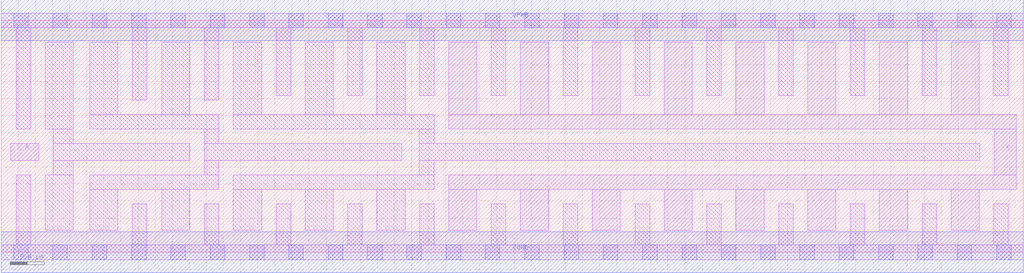
<source format=lef>
# Copyright 2020 The SkyWater PDK Authors
#
# Licensed under the Apache License, Version 2.0 (the "License");
# you may not use this file except in compliance with the License.
# You may obtain a copy of the License at
#
#     https://www.apache.org/licenses/LICENSE-2.0
#
# Unless required by applicable law or agreed to in writing, software
# distributed under the License is distributed on an "AS IS" BASIS,
# WITHOUT WARRANTIES OR CONDITIONS OF ANY KIND, either express or implied.
# See the License for the specific language governing permissions and
# limitations under the License.
#
# SPDX-License-Identifier: Apache-2.0

VERSION 5.7 ;
  NOWIREEXTENSIONATPIN ON ;
  DIVIDERCHAR "/" ;
  BUSBITCHARS "[]" ;
UNITS
  DATABASE MICRONS 200 ;
END UNITS
MACRO sky130_fd_sc_hd__bufbuf_16
  CLASS CORE ;
  FOREIGN sky130_fd_sc_hd__bufbuf_16 ;
  ORIGIN  0.000000  0.000000 ;
  SIZE  11.96000 BY  2.720000 ;
  SYMMETRY X Y R90 ;
  SITE unithd ;
  PIN A
    ANTENNAGATEAREA  0.247500 ;
    DIRECTION INPUT ;
    USE SIGNAL ;
    PORT
      LAYER li1 ;
        RECT 0.110000 1.075000 0.440000 1.275000 ;
    END
  END A
  PIN X
    ANTENNADIFFAREA  3.564000 ;
    DIRECTION OUTPUT ;
    USE SIGNAL ;
    PORT
      LAYER li1 ;
        RECT  5.235000 0.255000  5.485000 0.260000 ;
        RECT  5.235000 0.260000  5.565000 0.735000 ;
        RECT  5.235000 0.735000 11.875000 0.905000 ;
        RECT  5.235000 1.445000 11.875000 1.615000 ;
        RECT  5.235000 1.615000  5.565000 2.465000 ;
        RECT  6.075000 0.260000  6.405000 0.735000 ;
        RECT  6.075000 1.615000  6.405000 2.465000 ;
        RECT  6.155000 0.255000  6.325000 0.260000 ;
        RECT  6.915000 0.260000  7.245000 0.735000 ;
        RECT  6.915000 1.615000  7.245000 2.465000 ;
        RECT  6.995000 0.255000  7.165000 0.260000 ;
        RECT  7.755000 0.260000  8.085000 0.735000 ;
        RECT  7.755000 1.615000  8.085000 2.465000 ;
        RECT  8.595000 0.260000  8.925000 0.735000 ;
        RECT  8.595000 1.615000  8.925000 2.465000 ;
        RECT  9.435000 0.260000  9.765000 0.735000 ;
        RECT  9.435000 1.615000  9.765000 2.465000 ;
        RECT 10.275000 0.260000 10.605000 0.735000 ;
        RECT 10.275000 1.615000 10.605000 2.465000 ;
        RECT 11.115000 0.260000 11.445000 0.735000 ;
        RECT 11.115000 1.615000 11.445000 2.465000 ;
        RECT 11.620000 0.905000 11.875000 1.445000 ;
    END
  END X
  PIN VGND
    DIRECTION INOUT ;
    SHAPE ABUTMENT ;
    USE GROUND ;
    PORT
      LAYER met1 ;
        RECT 0.000000 -0.240000 11.960000 0.240000 ;
    END
  END VGND
  PIN VPWR
    DIRECTION INOUT ;
    SHAPE ABUTMENT ;
    USE POWER ;
    PORT
      LAYER met1 ;
        RECT 0.000000 2.480000 11.960000 2.960000 ;
    END
  END VPWR
  OBS
    LAYER li1 ;
      RECT  0.000000 -0.085000 11.960000 0.085000 ;
      RECT  0.000000  2.635000 11.960000 2.805000 ;
      RECT  0.175000  0.085000  0.345000 0.905000 ;
      RECT  0.175000  1.445000  0.345000 2.635000 ;
      RECT  0.515000  0.260000  0.845000 0.905000 ;
      RECT  0.515000  1.445000  0.845000 2.465000 ;
      RECT  0.610000  0.905000  0.845000 1.075000 ;
      RECT  0.610000  1.075000  2.205000 1.275000 ;
      RECT  0.610000  1.275000  0.845000 1.445000 ;
      RECT  1.035000  0.260000  1.365000 0.735000 ;
      RECT  1.035000  0.735000  2.545000 0.905000 ;
      RECT  1.035000  1.445000  2.545000 1.615000 ;
      RECT  1.035000  1.615000  1.365000 2.465000 ;
      RECT  1.535000  0.085000  1.705000 0.565000 ;
      RECT  1.535000  1.785000  1.705000 2.635000 ;
      RECT  1.875000  0.260000  2.205000 0.735000 ;
      RECT  1.875000  1.615000  2.205000 2.465000 ;
      RECT  2.375000  0.085000  2.545000 0.565000 ;
      RECT  2.375000  0.905000  2.545000 1.075000 ;
      RECT  2.375000  1.075000  4.685000 1.275000 ;
      RECT  2.375000  1.275000  2.545000 1.445000 ;
      RECT  2.375000  1.785000  2.545000 2.635000 ;
      RECT  2.715000  0.260000  3.045000 0.735000 ;
      RECT  2.715000  0.735000  5.065000 0.905000 ;
      RECT  2.715000  1.445000  5.065000 1.615000 ;
      RECT  2.715000  1.615000  3.045000 2.465000 ;
      RECT  3.215000  0.085000  3.385000 0.565000 ;
      RECT  3.215000  1.835000  3.385000 2.635000 ;
      RECT  3.555000  0.260000  3.885000 0.735000 ;
      RECT  3.555000  1.615000  3.885000 2.465000 ;
      RECT  4.055000  0.085000  4.225000 0.565000 ;
      RECT  4.055000  1.835000  4.225000 2.635000 ;
      RECT  4.395000  0.260000  4.725000 0.735000 ;
      RECT  4.395000  1.615000  4.725000 2.465000 ;
      RECT  4.890000  0.905000  5.065000 1.075000 ;
      RECT  4.890000  1.075000 11.450000 1.275000 ;
      RECT  4.890000  1.275000  5.065000 1.445000 ;
      RECT  4.895000  0.085000  5.065000 0.565000 ;
      RECT  4.895000  1.835000  5.065000 2.635000 ;
      RECT  5.735000  0.085000  5.905000 0.565000 ;
      RECT  5.735000  1.835000  5.905000 2.635000 ;
      RECT  6.575000  0.085000  6.745000 0.565000 ;
      RECT  6.575000  1.835000  6.745000 2.635000 ;
      RECT  7.415000  0.085000  7.585000 0.565000 ;
      RECT  7.415000  1.835000  7.585000 2.635000 ;
      RECT  8.255000  0.085000  8.425000 0.565000 ;
      RECT  8.255000  1.835000  8.425000 2.635000 ;
      RECT  9.095000  0.085000  9.265000 0.565000 ;
      RECT  9.095000  1.835000  9.265000 2.635000 ;
      RECT  9.935000  0.085000 10.105000 0.565000 ;
      RECT  9.935000  1.835000 10.105000 2.635000 ;
      RECT 10.775000  0.085000 10.945000 0.565000 ;
      RECT 10.775000  1.835000 10.945000 2.635000 ;
      RECT 11.615000  0.085000 11.785000 0.565000 ;
      RECT 11.615000  1.835000 11.785000 2.635000 ;
    LAYER mcon ;
      RECT  0.145000 -0.085000  0.315000 0.085000 ;
      RECT  0.145000  2.635000  0.315000 2.805000 ;
      RECT  0.605000 -0.085000  0.775000 0.085000 ;
      RECT  0.605000  2.635000  0.775000 2.805000 ;
      RECT  1.065000 -0.085000  1.235000 0.085000 ;
      RECT  1.065000  2.635000  1.235000 2.805000 ;
      RECT  1.525000 -0.085000  1.695000 0.085000 ;
      RECT  1.525000  2.635000  1.695000 2.805000 ;
      RECT  1.985000 -0.085000  2.155000 0.085000 ;
      RECT  1.985000  2.635000  2.155000 2.805000 ;
      RECT  2.445000 -0.085000  2.615000 0.085000 ;
      RECT  2.445000  2.635000  2.615000 2.805000 ;
      RECT  2.905000 -0.085000  3.075000 0.085000 ;
      RECT  2.905000  2.635000  3.075000 2.805000 ;
      RECT  3.365000 -0.085000  3.535000 0.085000 ;
      RECT  3.365000  2.635000  3.535000 2.805000 ;
      RECT  3.825000 -0.085000  3.995000 0.085000 ;
      RECT  3.825000  2.635000  3.995000 2.805000 ;
      RECT  4.285000 -0.085000  4.455000 0.085000 ;
      RECT  4.285000  2.635000  4.455000 2.805000 ;
      RECT  4.745000 -0.085000  4.915000 0.085000 ;
      RECT  4.745000  2.635000  4.915000 2.805000 ;
      RECT  5.205000 -0.085000  5.375000 0.085000 ;
      RECT  5.205000  2.635000  5.375000 2.805000 ;
      RECT  5.665000 -0.085000  5.835000 0.085000 ;
      RECT  5.665000  2.635000  5.835000 2.805000 ;
      RECT  6.125000 -0.085000  6.295000 0.085000 ;
      RECT  6.125000  2.635000  6.295000 2.805000 ;
      RECT  6.585000 -0.085000  6.755000 0.085000 ;
      RECT  6.585000  2.635000  6.755000 2.805000 ;
      RECT  7.045000 -0.085000  7.215000 0.085000 ;
      RECT  7.045000  2.635000  7.215000 2.805000 ;
      RECT  7.505000 -0.085000  7.675000 0.085000 ;
      RECT  7.505000  2.635000  7.675000 2.805000 ;
      RECT  7.965000 -0.085000  8.135000 0.085000 ;
      RECT  7.965000  2.635000  8.135000 2.805000 ;
      RECT  8.425000 -0.085000  8.595000 0.085000 ;
      RECT  8.425000  2.635000  8.595000 2.805000 ;
      RECT  8.885000 -0.085000  9.055000 0.085000 ;
      RECT  8.885000  2.635000  9.055000 2.805000 ;
      RECT  9.345000 -0.085000  9.515000 0.085000 ;
      RECT  9.345000  2.635000  9.515000 2.805000 ;
      RECT  9.805000 -0.085000  9.975000 0.085000 ;
      RECT  9.805000  2.635000  9.975000 2.805000 ;
      RECT 10.265000 -0.085000 10.435000 0.085000 ;
      RECT 10.265000  2.635000 10.435000 2.805000 ;
      RECT 10.725000 -0.085000 10.895000 0.085000 ;
      RECT 10.725000  2.635000 10.895000 2.805000 ;
      RECT 11.185000 -0.085000 11.355000 0.085000 ;
      RECT 11.185000  2.635000 11.355000 2.805000 ;
      RECT 11.645000 -0.085000 11.815000 0.085000 ;
      RECT 11.645000  2.635000 11.815000 2.805000 ;
  END
END sky130_fd_sc_hd__bufbuf_16
END LIBRARY

</source>
